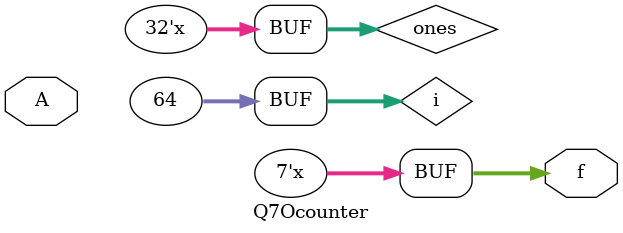
<source format=sv>
`timescale 1ns/1ns
module Q7Ocounter(input[63:0] A,output [6:0] f);
   wire [63:0] Ap,A2s,XORout;
   assign Ap=~A;
   assign A2s=Ap+64'd1;
   integer i,ones=0;
   genvar k;
   generate 
       for(k=0;k<64;k=k+1) begin:xoring
          xor xx (XORout[k],Ap[k],A2s[k]);
       end
   endgenerate
   always @(XORout)begin
       for(i=0;i<64;i=i+1)
         ones=ones+XORout[i];
    end
    assign f=ones;
endmodule


</source>
